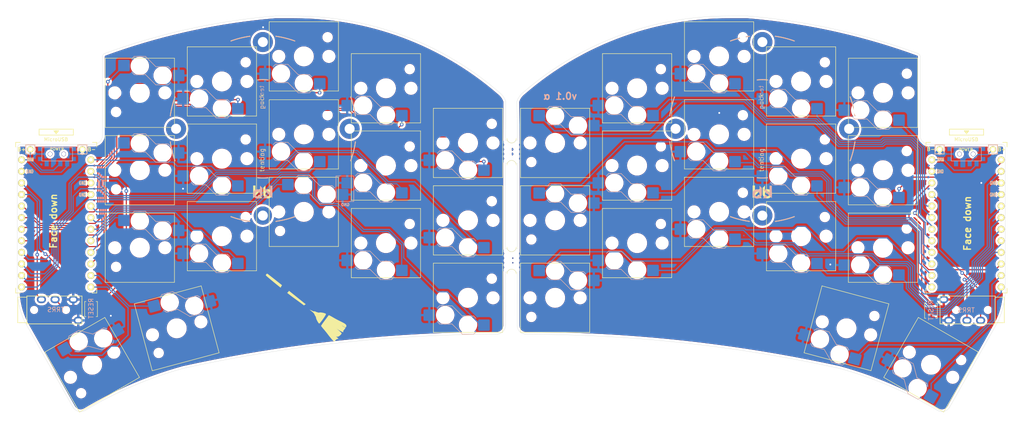
<source format=kicad_pcb>
(kicad_pcb (version 20211014) (generator pcbnew)
  (layers (0 "F.Cu" signal) (31 "B.Cu" signal) (34 "B.Paste" user) (35 "F.Paste" user) (36 "B.SilkS" user "B.Silkscreen") (37 "F.SilkS" user "F.Silkscreen") (38 "B.Mask" user) (39 "F.Mask" user) (44 "Edge.Cuts" user))
  (net 0 "")
  (net 1 "gnd")
  (net 2 "vcc")
  (net 3 "Switch18")
  (net 4 "reset")
  (net 5 "Switch1")
  (net 6 "Switch2")
  (net 7 "Switch3")
  (net 8 "Switch4")
  (net 9 "Switch5")
  (net 10 "Switch6")
  (net 11 "Switch7")
  (net 12 "Switch8")
  (net 13 "Switch9")
  (net 14 "Switch10")
  (net 15 "Switch11")
  (net 16 "Switch12")
  (net 17 "Switch13")
  (net 18 "Switch14")
  (net 19 "Switch15")
  (net 20 "Switch16")
  (net 21 "Switch17")
  (net 22 "raw")
  (net 23 "BT+_r")
  (net 24 "Switch18_r")
  (net 25 "reset_r")
  (net 26 "Switch9_r")
  (net 27 "Switch10_r")
  (net 28 "Switch11_r")
  (net 29 "Switch12_r")
  (net 30 "Switch13_r")
  (net 31 "Switch14_r")
  (net 32 "Switch15_r")
  (net 33 "Switch16_r")
  (net 34 "Switch17_r")
  (net 35 "Switch1_r")
  (net 36 "Switch2_r")
  (net 37 "Switch3_r")
  (net 38 "Switch4_r")
  (net 39 "Switch5_r")
  (net 40 "Switch6_r")
  (net 41 "Switch7_r")
  (net 42 "Switch8_r")
  (net 43 "gnd_r")
  (net 44 "raw_r")
  (net 45 "vcc_r")
  (net 48 "BT+")
  (footprint "kbd:ProMicro_v3_min" (layer "F.Cu") (at 230.178 67.564)
    (fp_text reference "U1" hide)
    (fp_text value "ProMicro-kbd" hide)
  )
  (footprint "* duckyb-collection:TRRS-PJ-320A" (layer "F.Cu") (at 236.474 86.052 -90)
    (fp_text reference "TRRS1")
    (fp_text value "AudioJack4" hide)
  )
  (footprint "* duckyb-collection:SW_Hotswap_Kailh_Choc_V1_no_bounds" (layer "F.Cu") (at 175.856 64.516 180)
    (fp_text reference "SW13" hide)
    (fp_text value "SW_Push")
  )
  (footprint "* duckyb-collection:SW_Hotswap_Kailh_Choc_V1_no_bounds" (layer "F.Cu") (at 222.386 98.082 150)
    (fp_text reference "SW17" hide)
    (fp_text value "SW_Push")
  )
  (footprint "* duckyb-collection:SW_Hotswap_Kailh_Choc_V1_no_bounds" (layer "F.Cu") (at 157.856 71.374 180)
    (fp_text reference "SW12" hide)
    (fp_text value "SW_Push")
  )
  (footprint "* duckyb-collection:SW_Hotswap_Kailh_Choc_V1_no_bounds" (layer "F.Cu") (at 203.826 90.082 165)
    (fp_text reference "SW16" hide)
    (fp_text value "SW_Push")
  )
  (footprint "* duckyb-collection:SW_Hotswap_Kailh_Choc_V1_no_bounds" (layer "F.Cu") (at 193.856 69.85 180)
    (fp_text reference "SW14" hide)
    (fp_text value "SW_Push")
  )
  (footprint "* duckyb-collection:SW_Hotswap_Kailh_Choc_V1_no_bounds" (layer "F.Cu") (at 211.836 72.39 180)
    (fp_text reference "SW15" hide)
    (fp_text value "SW_Push")
  )
  (footprint "* duckyb-collection:SW_Hotswap_Kailh_Choc_V1_no_bounds" (layer "F.Cu") (at 175.856 30.382 180)
    (fp_text reference "SW3" hide)
    (fp_text value "SW_Push")
  )
  (footprint "* duckyb-collection:SW_Hotswap_Kailh_Choc_V1_no_bounds" (layer "F.Cu") (at 157.856 37.382 180)
    (fp_text reference "SW2" hide)
    (fp_text value "SW_Push")
  )
  (footprint "* duckyb-collection:SW_Hotswap_Kailh_Choc_V1_no_bounds" (layer "F.Cu") (at 157.856 54.356 180)
    (fp_text reference "SW7" hide)
    (fp_text value "SW_Push")
  )
  (footprint "* duckyb-collection:SW_Hotswap_Kailh_Choc_V1_no_bounds" (layer "F.Cu") (at 139.856 83.382)
    (fp_text reference "SW11" hide)
    (fp_text value "SW_Push")
  )
  (footprint "* duckyb-collection:SW_Hotswap_Kailh_Choc_V1_no_bounds" (layer "F.Cu") (at 211.836 55.372 180)
    (fp_text reference "SW10" hide)
    (fp_text value "SW_Push")
  )
  (footprint "* duckyb-collection:SW_Hotswap_Kailh_Choc_V1_no_bounds" (layer "F.Cu") (at 193.856 52.832 180)
    (fp_text reference "SW9" hide)
    (fp_text value "SW_Push")
  )
  (footprint "* duckyb-collection:SW_Hotswap_Kailh_Choc_V1_no_bounds" (layer "F.Cu") (at 139.856 66.382)
    (fp_text reference "SW6" hide)
    (fp_text value "SW_Push")
  )
  (footprint "* duckyb-collection:SW_Hotswap_Kailh_Choc_V1_no_bounds" (layer "F.Cu") (at 211.856 38.382 180)
    (fp_text reference "SW5" hide)
    (fp_text value "SW_Push")
  )
  (footprint "* duckyb-collection:SW_Hotswap_Kailh_Choc_V1_no_bounds" (layer "F.Cu") (at 193.856 35.882 180)
    (fp_text reference "SW4" hide)
    (fp_text value "SW_Push")
  )
  (footprint "* duckyb-collection:SW_Hotswap_Kailh_Choc_V1_no_bounds" (layer "F.Cu") (at 139.856 49.382)
    (fp_text reference "SW1" hide)
    (fp_text value "SW_Push")
  )
  (footprint "Duckyb-Parts:mouse-bite-5mm-slot-with-space-for-track" (layer "F.Cu") (at 130.302 51.308)
    (fp_text reference "mouse-bite-2mm-slot2" hide)
    (fp_text value "VAL**" hide)
  )
  (footprint "Duckyb-Parts:mouse-bite-5mm-slot-with-space-for-track" (layer "F.Cu") (at 130.302 75.184)
    (fp_text reference "mouse-bite-2mm-slot1" hide)
    (fp_text value "VAL**" hide)
  )
  (footprint "kbd:SW_SPST_B3U-1000P" (layer "F.Cu") (at 222.377 86.233 90)
    (fp_text reference "RSW1" hide)
    (fp_text value "SW_Push")
  )
  (footprint "* duckyb-collection:SW_Hotswap_Kailh_Choc_V1_no_bounds" (layer "F.Cu") (at 175.856 47.498 180)
    (fp_text reference "SW8" hide)
    (fp_text value "SW_Push")
  )
  (footprint "kbd:Tenting_Puck2" (layer "F.Cu") (at 185.356 46.282)
    (fp_text reference "e")
    (fp_text value "Tenting Puck")
  )
  (footprint "kbd:1pin_conn" (layer "F.Cu") (at 235.966 50.8)
    (fp_text reference "Bat+1" hide)
    (fp_text value "MountingHole_Pad" hide)
  )
  (footprint "kbd:1pin_conn" (layer "F.Cu") (at 224.282 50.8)
    (fp_text reference "BatGND1" hide)
    (fp_text value "MountingHole_Pad" hide)
  )
  (footprint "kbd:ProMicro_v3_min" (layer "F.Cu") (at 30.326 67.564)
    (fp_text reference "U2" hide)
    (fp_text value "ProMicro-kbd" hide)
  )
  (footprint "* duckyb-collection:TRRS-PJ-320A" (layer "F.Cu") (at 23.876 86.052 90)
    (fp_text reference "TRRS2")
    (fp_text value "AudioJack4" hide)
  )
  (footprint "* duckyb-collection:SW_Hotswap_Kailh_Choc_V1_no_bounds" (layer "F.Cu") (at 48.686 72.39)
    (fp_text reference "SW15_r1" hide)
    (fp_text value "SW_Push")
  )
  (footprint "* duckyb-collection:SW_Hotswap_Kailh_Choc_V1_no_bounds" (layer "F.Cu") (at 66.7 52.832 180)
    (fp_text reference "SW9_r1" hide)
    (fp_text value "SW_Push")
  )
  (footprint "* duckyb-collection:SW_Hotswap_Kailh_Choc_V1_no_bounds" (layer "F.Cu") (at 84.688 64.516)
    (fp_text reference "SW13_r1" hide)
    (fp_text value "SW_Push")
  )
  (footprint "* duckyb-collection:SW_Hotswap_Kailh_Choc_V1_no_bounds" (layer "F.Cu") (at 102.714 71.374 180)
    (fp_text reference "SW12_r1" hide)
    (fp_text value "SW_Push")
  )
  (footprint "* duckyb-collection:SW_Hotswap_Kailh_Choc_V1_no_bounds" (layer "F.Cu") (at 48.686 38.382)
    (fp_text reference "SW5_r1" hide)
    (fp_text value "SW_Push")
  )
  (footprint "* duckyb-collection:SW_Hotswap_Kailh_Choc_V1_no_bounds" (layer "F.Cu") (at 66.7 35.882 180)
    (fp_text reference "SW4_r1" hide)
    (fp_text value "SW_Push")
  )
  (footprint "* duckyb-collection:SW_Hotswap_Kailh_Choc_V1_no_bounds" (layer "F.Cu") (at 120.732 49.382 180)
    (fp_text reference "SW1_r1" hide)
    (fp_text value "SW_Push")
  )
  (footprint "* duckyb-collection:SW_Hotswap_Kailh_Choc_V1_no_bounds" (layer "F.Cu") (at 66.7 69.85 180)
    (fp_text reference "SW14_r1" hide)
    (fp_text value "SW_Push")
  )
  (footprint "* duckyb-collection:SW_Hotswap_Kailh_Choc_V1_no_bounds" (layer "F.Cu") (at 84.688 30.382 180)
    (fp_text reference "SW3_r1" hide)
    (fp_text value "SW_Push")
  )
  (footprint "* duckyb-collection:SW_Hotswap_Kailh_Choc_V1_no_bounds" (layer "F.Cu") (at 120.732 83.382 180)
    (fp_text reference "SW11_r1" hide)
    (fp_text value "SW_Push")
  )
  (footprint "* duckyb-collection:SW_Hotswap_Kailh_Choc_V1_no_bounds" (layer "F.Cu") (at 48.686 55.372)
    (fp_text reference "SW10_r1" hide)
    (fp_text value "SW_Push")
  )
  (footprint "* duckyb-collection:SW_Hotswap_Kailh_Choc_V1_no_bounds" (layer "F.Cu") (at 102.714 37.382 180)
    (fp_text reference "SW2_r1" hide)
    (fp_text value "SW_Push")
  )
  (footprint "* duckyb-collection:SW_Hotswap_Kailh_Choc_V1_no_bounds" (layer "F.Cu") (at 102.714 54.356 180)
    (fp_text reference "SW7_r1" hide)
    (fp_text value "SW_Push")
  )
  (footprint "* duckyb-collection:SW_Hotswap_Kailh_Choc_V1_no_bounds" (layer "F.Cu") (at 56.778 90.082 15)
    (fp_text reference "SW16_r1" hide)
    (fp_text value "SW_Push")
  )
  (footprint "Kailh:ferris_broom" (layer "F.Cu") (at 84.074 85.344 7)
    (fp_text reference "SweepLogo" hide)
    (fp_text value "LOGO" hide)
  )
  (footprint "* duckyb-collection:SW_Hotswap_Kailh_Choc_V1_no_bounds" (layer "F.Cu") (at 84.688 47.498 180)
    (fp_text reference "SW8_r1" hide)
    (fp_text value "SW_Push")
  )
  (footprint "* duckyb-collection:SW_Hotswap_Kailh_Choc_V1_no_bounds" (layer "F.Cu") (at 38.218 98.082 30)
    (fp_text reference "SW17_r1" hide)
    (fp_text value "SW_Push")
  )
  (footprint "* duckyb-collection:SW_Hotswap_Kailh_Choc_V1_no_bounds" (layer "F.Cu") (at 120.732 66.382 180)
    (fp_text reference "SW6_r1" hide)
    (fp_text value "SW_Push")
  )
  (footprint "kbd:Tenting_Puck2" (layer "F.Cu") (at 75.692 46.282)
    (fp_text reference "REF_PUCK_R")
    (fp_text value "Tenting Puck")
  )
  (footprint "kbd:1pin_conn" (layer "F.Cu") (at 36.068 50.8)
    (fp_text reference "BatGNDr1")
    (fp_text value "MountingHole_Pad" hide)
  )
  (footprint "kbd:1pin_conn" (layer "F.Cu") (at 24.638 50.8)
    (fp_text reference "Bat+r1")
    (fp_text value "MountingHole_Pad" hide)
  )
  (footprint "kbd:SW_SPST_B3U-1000P" (layer "F.Cu") (at 37.973 85.852 90)
    (fp_text reference "RSW2" hide)
    (fp_text value "SW_Push")
  )
  (footprint "Kailh:SPDT_C128955" (layer "B.Cu") (at 230.124 51.816 180)
    (fp_text reference "SW_POWER1")
    (fp_text value "SW_SPDT")
  )
  (footprint "Kailh:SPDT_C128955" (layer "B.Cu") (at 30.48 51.816 180)
    (fp_text reference "SW_POWERR1")
    (fp_text value "SW_SPDT")
  )
  (gr_rect (start 91.7448 56.642) (end 95.6564 62.23) (layer "B.SilkS") (width 0.12) (fill none))
  (gr_rect (start 27.178 50.419) (end 33.909 53.34) (layer "B.SilkS") (width 0.12) (fill none))
  (gr_rect (start 226.822 50.419) (end 233.426 53.34) (layer "B.SilkS") (width 0.12) (fill none))
  (gr_line (start 131.5085 77.724) (end 131.506254 89.547024) (layer "Edge.Cuts") (width 0.05))
  (gr_line (start 219.998001 47.763999) (end 219.998045 30.439419) (layer "Edge.Cuts") (width 0.05))
  (gr_arc (start 226.446 107.451265) (mid 225.204995 108.32098) (end 223.714 108.05) (layer "Edge.Cuts") (width 0.05))
  (gr_arc (start 222.033002 49.694917) (mid 220.620534 49.145716) (end 219.998001 47.763999) (layer "Edge.Cuts") (width 0.05))
  (gr_arc (start 182.067777 21.502679) (mid 201.091879 24.375764) (end 219.56329 29.758889) (layer "Edge.Cuts") (width 0.05))
  (gr_arc (start 132.893 38.265) (mid 153.988491 25.788882) (end 178.120389 21.508139) (layer "Edge.Cuts") (width 0.05))
  (gr_arc (start 237.938 49.692) (mid 238.46833 49.91167) (end 238.688 50.442) (layer "Edge.Cuts") (width 0.05))
  (gr_arc (start 131.466055 40.278702) (mid 132.022929 39.160882) (end 132.893 38.265) (layer "Edge.Cuts") (width 0.05))
  (gr_arc (start 133.544 91.383119) (mid 132.156573 90.874102) (end 131.506254 89.547024) (layer "Edge.Cuts") (width 0.05))
  (gr_arc (start 219.56329 29.758889) (mid 219.880079 30.035645) (end 219.998045 30.439419) (layer "Edge.Cuts") (width 0.05))
  (gr_arc (start 202.185134 98.863946) (mid 213.262488 102.723597) (end 223.714 108.05) (layer "Edge.Cuts") (width 0.05))
  (gr_line (start 222.033002 49.694917) (end 237.938 49.692) (layer "Edge.Cuts") (width 0.05))
  (gr_arc (start 133.544 91.383119) (mid 168.064442 93.289554) (end 202.185134 98.863946) (layer "Edge.Cuts") (width 0.05))
  (gr_line (start 238.688 58.42) (end 238.688 66.548) (layer "Edge.Cuts") (width 0.05))
  (gr_line (start 236.953304 88.85815) (end 226.446 107.451265) (layer "Edge.Cuts") (width 0.05))
  (gr_arc (start 238.7 81.534) (mid 238.242913 85.295347) (end 236.953304 88.85815) (layer "Edge.Cuts") (width 0.05))
  (gr_line (start 182.067777 21.502679) (end 178.120389 21.508139) (layer "Edge.Cuts") (width 0.05))
  (gr_line (start 238.688 50.442) (end 238.688 58.42) (layer "Edge.Cuts") (width 0.05))
  (gr_line (start 131.466055 40.278702) (end 131.572 48.768) (layer "Edge.Cuts") (width 0.05))
  (gr_line (start 129.3495 48.768) (end 128.96 48.768) (layer "Edge.Cuts") (width 0.05))
  (gr_line (start 238.688 66.548) (end 238.688 75.438) (layer "Edge.Cuts") (width 0.05))
  (gr_line (start 238.688 75.438) (end 238.7 81.534) (layer "Edge.Cuts") (width 0.05))
  (gr_line (start 129.3495 72.644) (end 128.96 72.644) (layer "Edge.Cuts") (width 0.05))
  (gr_line (start 129.3495 53.848) (end 128.96 53.848) (layer "Edge.Cuts") (width 0.05))
  (gr_line (start 129.3495 77.724) (end 128.96 77.724) (layer "Edge.Cuts") (width 0.05))
  (gr_line (start 131.572 53.848) (end 131.572 72.644) (layer "Edge.Cuts") (width 0.05))
  (gr_line (start 78.412223 21.502679) (end 82.613611 21.508139) (layer "Edge.Cuts") (width 0.05))
  (gr_line (start 21.792 50.442) (end 21.792 58.42) (layer "Edge.Cuts") (width 0.05))
  (gr_line (start 128.96 77.724) (end 128.975507 89.545022) (layer "Edge.Cuts") (width 0.05))
  (gr_arc (start 127.587 38.265) (mid 128.457071 39.160882) (end 129.013945 40.278702) (layer "Edge.Cuts") (width 0.05))
  (gr_arc (start 128.975507 89.545022) (mid 128.324689 90.873432) (end 126.936 91.383119) (layer "Edge.Cuts") (width 0.05))
  (gr_line (start 40.481999 47.763999) (end 40.481955 30.439419) (layer "Edge.Cuts") (width 0.05))
  (gr_line (start 21.792 66.548) (end 21.792 73.914) (layer "Edge.Cuts") (width 0.05))
  (gr_line (start 23.526696 88.85815) (end 34.034 107.451265) (layer "Edge.Cuts") (width 0.05))
  (gr_arc (start 40.481999 47.763999) (mid 39.859467 49.145717) (end 38.446998 49.694917) (layer "Edge.Cuts") (width 0.05))
  (gr_arc (start 40.91671 29.758889) (mid 59.388121 24.375764) (end 78.412223 21.502679) (layer "Edge.Cuts") (width 0.05))
  (gr_arc (start 58.294866 98.863946) (mid 92.415558 93.289555) (end 126.936 91.383119) (layer "Edge.Cuts") (width 0.05))
  (gr_arc (start 23.526696 88.85815) (mid 22.237087 85.295347) (end 21.78 81.534) (layer "Edge.Cuts") (width 0.05))
  (gr_arc (start 21.792 50.442) (mid 22.01167 49.91167) (end 22.542 49.692) (layer "Edge.Cuts") (width 0.05))
  (gr_line (start 38.446998 49.694917) (end 22.542 49.692) (layer "Edge.Cuts") (width 0.05))
  (gr_line (start 21.792 58.42) (end 21.792 66.548) (layer "Edge.Cuts") (width 0.05))
  (gr_arc (start 40.481955 30.439419) (mid 40.599921 30.035645) (end 40.91671 29.758889) (layer "Edge.Cuts") (width 0.05))
  (gr_arc (start 36.766 108.05) (mid 35.275005 108.32098) (end 34.034 107.451265) (layer "Edge.Cuts") (width 0.05))
  (gr_arc (start 82.613611 21.508139) (mid 106.610476 25.833455) (end 127.587 38.265) (layer "Edge.Cuts") (width 0.05))
  (gr_arc (start 36.766 108.05) (mid 47.217512 102.723597) (end 58.294866 98.863946) (layer "Edge.Cuts") (width 0.05))
  (gr_line (start 21.792 73.914) (end 21.78 81.534) (layer "Edge.Cuts") (width 0.05))
  (gr_line (start 128.96 53.848) (end 128.96 72.644) (layer "Edge.Cuts") (width 0.05))
  (gr_line (start 129.013945 40.278702) (end 128.96 48.768) (layer "Edge.Cuts") (width 0.05))
  (gr_line (start 131.572 48.768) (end 131.2545 48.768) (layer "Edge.Cuts") (width 0.05))
  (gr_arc (start 131.254499 72.644) (mid 130.302 73.288873) (end 129.349501 72.643999) (layer "Edge.Cuts") (width 0.05))
  (gr_line (start 131.572 53.848) (end 131.2545 53.848) (layer "Edge.Cuts") (width 0.05))
  (gr_arc (start 129.349501 77.724) (mid 130.302 77.079127) (end 131.254499 77.724001) (layer "Edge.Cuts") (width 0.05))
  (gr_line (start 131.572 72.644) (end 131.2545 72.644) (layer "Edge.Cuts") (width 0.05))
  (gr_arc (start 131.254499 48.768) (mid 130.302 49.412873) (end 129.349501 48.767999) (layer "Edge.Cuts") (width 0.05))
  (gr_line (start 131.5085 77.724) (end 131.2545 77.724) (layer "Edge.Cuts") (width 0.05))
  (gr_arc (start 129.349501 53.848) (mid 130.302 53.203127) (end 131.254499 53.848001) (layer "Edge.Cuts") (width 0.05))
  (gr_text "v0.1 α" (at 140.97 39.116) (layer "B.SilkS") (effects (font (size 1.5 1.5) (thickness 0.3)) (justify mirror)))
  (gr_text "GND" (at 93.7768 62.9412) (layer "B.SilkS") (effects (font (size 0.6 0.6)) (justify mirror)))
  (gr_text "Face down" (at 230.378 67.056 90) (layer "F.SilkS") (effects (font (size 1.5 1.5) (thickness 0.3))))
  (gr_text "Face down" (at 29.718 66.548 90) (layer "F.SilkS") (effects (font (size 1.5 1.5) (thickness 0.3))))
  (gr_text "B+" (at 22.7076 50.8) (layer "F.SilkS") (effects (font (size 0.8 0.8))))
  (gr_text "B-" (at 38.1 50.8) (layer "F.SilkS") (effects (font (size 0.8 0.8))))
  (gr_text "B-" (at 222.3516 50.7492) (layer "F.SilkS") (effects (font (size 0.8 0.8))))
  (gr_text "B+" (at 237.8964 50.8) (layer "F.SilkS") (effects (font (size 0.8 0.8))))
  (gr_text "POWER" (at 30.48 50.6984) (layer "F.SilkS") (effects (font (size 0.6 0.6) (thickness 0.12))))
  (gr_text "POWER" (at 230.0224 50.8508) (layer "F.SilkS") (effects (font (size 0.6 0.6) (thickness 0.12))))
  (via (at 200.279 76.073) (size 0.8) (drill 0.4) (layers "F.Cu" "B.Cu") (net 1))
  (via (at 175.895 42.799) (size 0.8) (drill 0.4) (layers "F.Cu" "B.Cu") (net 1))
  (via (at 233.426 58.166) (size 0.8) (drill 0.4) (layers "F.Cu" "B.Cu") (net 1))
  (segment (start 229.235 77.9405) (end 229.3245 77.9405) (width 0.25) (layer "F.Cu") (net 2))
  (segment (start 233.274 81.89) (end 233.274 88.352) (width 0.25) (layer "F.Cu") (net 2))
  (segment (start 229.3245 77.9405) (end 233.274 81.89) (width 0.25) (layer "F.Cu") (net 2))
  (via (at 229.235 77.9405) (size 0.8) (drill 0.4) (layers "F.Cu" "B.Cu") (net 2))
  (segment (start 224.028 62.1646) (end 222.5694 60.706) (width 0.25) (layer "B.Cu") (net 2))
  (segment (start 229.235 77.851) (end 224.028 72.644) (width 0.25) (layer "B.Cu") (net 2))
  (segment (start 224.028 72.644) (end 224.028 62.1646) (width 0.25) (layer "B.Cu") (net 2))
  (segment (start 229.235 77.9405) (end 229.235 77.851) (width 0.25) (layer "B.Cu") (net 2))
  (segment (start 229.738701 79.379299) (end 230.274 79.914598) (width 0.25) (layer "F.Cu") (net 3))
  (segment (start 230.274 79.914598) (end 230.274 88.352) (width 0.25) (layer "F.Cu") (net 3))
  (via (at 229.738701 79.379299) (size 0.8) (drill 0.4) (layers "F.Cu" "B.Cu") (net 3))
  (segment (start 231.4324 78.192164) (end 231.4324 75.396011) (width 0.25) (layer "B.Cu") (net 3))
  (segment (start 229.738701 79.379299) (end 230.245265 79.379299) (width 0.25) (layer "B.Cu") (net 3))
  (segment (start 231.4324 75.396011) (end 234.74444 72.083971) (width 0.25) (layer "B.Cu") (net 3))
  (segment (start 234.74444 72.083971) (end 234.74444 58.67096) (width 0.25) (layer "B.Cu") (net 3))
  (segment (start 234.74444 58.67096) (end 237.7894 55.626) (width 0.25) (layer "B.Cu") (net 3))
  (segment (start 230.245265 79.379299) (end 231.4324 78.192164) (width 0.25) (layer "B.Cu") (net 3))
  (segment (start 222.377 84.533) (end 220.345 82.501) (width 0.25) (layer "F.Cu") (net 4))
  (segment (start 220.345 82.501) (end 220.345 68.58) (width 0.25) (layer "F.Cu") (net 4))
  (segment (start 217.551 63.1844) (end 222.5694 58.166) (width 0.25) (layer "F.Cu") (net 4))
  (segment (start 217.551 65.786) (end 217.551 63.1844) (width 0.25) (layer "F.Cu") (net 4))
  (segment (start 220.345 68.58) (end 217.551 65.786) (width 0.25) (layer "F.Cu") (net 4))
  (segment (start 221.869 77.216) (end 236.5194 77.216) (width 0.25) (layer "F.Cu") (net 5))
  (segment (start 220.79452 66.74352) (end 220.79452 76.14152) (width 0.25) (layer "F.Cu") (net 5))
  (segment (start 236.5194 77.216) (end 237.7894 75.946) (width 0.25) (layer "F.Cu") (net 5))
  (segment (start 220.79452 76.14152) (end 221.869 77.216) (width 0.25) (layer "F.Cu") (net 5))
  (segment (start 218.821 64.77) (end 220.79452 66.74352) (width 0.25) (layer "F.Cu") (net 5))
  (via (at 218.821 64.77) (size 0.8) (drill 0.4) (layers "F.Cu" "B.Cu") (net 5))
  (segment (start 212.394594 49.60856) (end 217.753688 49.60856) (width 0.25) (layer "B.Cu") (net 5))
  (segment (start 139.71 46.736) (end 142.748 46.736) (width 0.25) (layer "B.Cu") (net 5))
  (segment (start 219.18192 51.036792) (end 219.18192 58.166) (width 0.25) (layer "B.Cu") (net 5))
  (segment (start 219.18192 64.40908) (end 218.821 64.77) (width 0.25) (layer "B.Cu") (net 5))
  (segment (start 200.100521 48.208521) (end 202.047071 50.155071) (width 0.25) (layer "B.Cu") (net 5))
  (segment (start 142.748 46.736) (end 143.51 47.498) (width 0.25) (layer "B.Cu") (net 5))
  (segment (start 143.51 47.498) (end 160.655 47.498) (width 0.25) (layer "B.Cu") (net 5))
  (segment (start 219.18192 58.166) (end 219.18192 64.40908) (width 0.25) (layer "B.Cu") (net 5))
  (segment (start 211.848083 50.155071) (end 212.394594 49.60856) (width 0.25) (layer "B.Cu") (net 5))
  (segment (start 167.82548 40.32752) (end 181.423085 40.32752) (width 0.25) (layer "B.Cu") (net 5))
  (segment (start 200.100521 48.207628) (end 200.100521 48.208521) (width 0.25) (layer "B.Cu") (net 5))
  (segment (start 199.499479 47.607479) (end 199.500372 47.607479) (width 0.25) (layer "B.Cu") (net 5))
  (segment (start 217.753688 49.60856) (end 219.18192 51.036792) (width 0.25) (layer "B.Cu") (net 5))
  (segment (start 186.063606 44.96804) (end 196.86004 44.96804) (width 0.25) (layer "B.Cu") (net 5))
  (segment (start 196.86004 44.96804) (end 199.499479 47.607479) (width 0.25) (layer "B.Cu") (net 5))
  (segment (start 199.500372 47.607479) (end 200.100521 48.207628) (width 0.25) (layer "B.Cu") (net 5))
  (segment (start 181.423085 40.32752) (end 186.063606 44.96804) (width 0.25) (layer "B.Cu") (net 5))
  (segment (start 136.356 43.382) (end 139.71 46.736) (width 0.25) (layer "B.Cu") (net 5))
  (segment (start 202.047071 50.155071) (end 211.848083 50.155071) (width 0.25) (layer "B.Cu") (net 5))
  (segment (start 160.655 47.498) (end 167.82548 40.32752) (width 0.25) (layer "B.Cu") (net 5))
  (segment (start 199.685677 47.157959) (end 199.68657 47.157959) (width 0.25) (layer "B.Cu") (net 6))
  (segment (start 219.63144 65.327157) (end 221.12708 66.822798) (width 0.25) (layer "B.Cu") (net 6))
  (segment (start 202.234164 49.705551) (end 211.661885 49.705551) (width 0.25) (layer "B.Cu") (net 6))
  (segment (start 186.249803 44.51852) (end 197.046238 44.51852) (width 0.25) (layer "B.Cu") (net 6))
  (segment (start 221.12708 66.822798) (end 221.12708 69.42368) (width 0.25) (layer "B.Cu") (net 6))
  (segment (start 211.661885 49.705551) (end 212.208396 49.15904) (width 0.25) (layer "B.Cu") (net 6))
  (segment (start 197.046238 44.51852) (end 199.685677 47.157959) (width 0.25) (layer "B.Cu") (net 6))
  (segment (start 217.939886 49.15904) (end 219.63144 50.850594) (width 0.25) (layer "B.Cu") (net 6))
  (segment (start 164.86 39.878) (end 181.609283 39.878) (width 0.25) (layer "B.Cu") (net 6))
  (segment (start 212.208396 49.15904) (end 217.939886 49.15904) (width 0.25) (layer "B.Cu") (net 6))
  (segment (start 221.12708 69.42368) (end 222.5694 70.866) (width 0.25) (layer "B.Cu") (net 6))
  (segment (start 219.63144 50.850594) (end 219.63144 65.327157) (width 0.25) (layer "B.Cu") (net 6))
  (segment (start 199.68657 47.157959) (end 202.234164 49.705551) (width 0.25) (layer "B.Cu") (net 6))
  (segment (start 181.609283 39.878) (end 186.249803 44.51852) (width 0.25) (layer "B.Cu") (net 6))
  (segment (start 161.356 43.382) (end 164.86 39.878) (width 0.25) (layer "B.Cu") (net 6))
  (segment (start 179.356 36.989) (end 186.436 44.069) (width 0.25) (layer "B.Cu") (net 7))
  (segment (start 220.08096 65.14096) (end 222.5694 67.6294) (width 0.25) (layer "B.Cu") (net 7))
  (segment (start 211.475687 49.256031) (end 212.022198 48.70952) (width 0.25) (layer "B.Cu") (net 7))
  (segment (start 179.356 36.382) (end 179.356 36.989) (width 0.25) (layer "B.Cu") (net 7))
  (segment (start 220.08096 50.664396) (end 220.08096 65.14096) (width 0.25) (layer "B.Cu") (net 7))
  (segment (start 222.5694 67.6294) (end 222.5694 68.326) (width 0.25) (layer "B.Cu") (net 7))
  (segment (start 218.126084 48.70952) (end 220.08096 50.664396) (width 0.25) (layer "B.Cu") (net 7))
  (segment (start 186.436 44.069) (end 197.233329 44.069) (width 0.25) (layer "B.Cu") (net 7))
  (segment (start 197.233329 44.069) (end 202.420361 49.256031) (width 0.25) (layer "B.Cu") (net 7))
  (segment (start 202.420361 49.256031) (end 211.475687 49.256031) (width 0.25) (layer "B.Cu") (net 7))
  (segment (start 212.022198 48.70952) (end 218.126084 48.70952) (width 0.25) (layer "B.Cu") (net 7))
  (segment (start 220.53048 50.478199) (end 220.53048 63.74708) (width 0.25) (layer "B.Cu") (net 8))
  (segment (start 197.356 41.882) (end 197.356 43.555953) (width 0.25) (layer "B.Cu") (net 8))
  (segment (start 202.606558 48.806511) (end 211.289489 48.806511) (width 0.25) (layer "B.Cu") (net 8))
  (segment (start 211.836 48.26) (end 218.312281 48.26) (width 0.25) (layer "B.Cu") (net 8))
  (segment (start 218.312281 48.26) (end 220.53048 50.478199) (width 0.25) (layer "B.Cu") (net 8))
  (segment (start 211.289489 48.806511) (end 211.836 48.26) (width 0.25) (layer "B.Cu") (net 8))
  (segment (start 220.53048 63.74708) (end 222.5694 65.786) (width 0.25) (layer "B.Cu") (net 8))
  (segment (start 197.356 43.555953) (end 202.606558 48.806511) (width 0.25) (layer "B.Cu") (net 8))
  (segment (start 220.98 62.738) (end 221.488 63.246) (width 0.25) (layer "B.Cu") (net 9))
  (segment (start 215.356 44.382) (end 215.356 44.668) (width 0.25) (layer "B.Cu") (net 9))
  (segment (start 220.98 50.292) (end 220.98 62.738) (width 0.25) (layer "B.Cu") (net 9))
  (segment (start 221.488 63.246) (end 222.5694 63.246) (width 0.25) (layer "B.Cu") (net 9))
  (segment (start 215.356 44.668) (end 220.98 50.292) (width 0.25) (layer "B.Cu") (net 9))
  (segment (start 204.139594 65.83444) (end 215.977842 65.83444) (width 0.25) (layer "B.Cu") (net 10))
  (segment (start 137.269671 60.382) (end 139.069192 58.582479) (width 0.25) (layer "B.Cu") (net 10))
  (segment (start 200.41604 57.539605) (end 200.41604 62.110886) (width 0.25) (layer "B.Cu") (net 10))
  (segment (start 215.977842 65.83444) (end 215.995364 65.816919) (width 0.25) (layer "B.Cu") (net 10))
  (segment (start 145.633521 58.582479) (end 155.084521 49.131479) (width 0.25) (layer "B.Cu") (net 10))
  (segment (start 139.069192 58.582479) (end 145.633521 58.582479) (width 0.25) (layer "B.Cu") (net 10))
  (segment (start 188.468 50.927) (end 193.28396 55.74296) (width 0.25) (layer "B.Cu") (net 10))
  (segment (start 220.67756 68.455513) (end 220.67756 71.51416) (width 0.25) (layer "B.Cu") (net 10))
  (segment (start 174.879 50.927) (end 188.468 50.927) (width 0.25) (layer "B.Cu") (net 10))
  (segment (start 200.41604 62.110886) (end 204.139594 65.83444) (width 0.25) (layer "B.Cu") (net 10))
  (segment (start 220.67756 71.51416) (end 222.5694 73.406) (width 0.25) (layer "B.Cu") (net 10))
  (segment (start 136.356 60.382) (end 137.269671 60.382) (width 0.25) (layer "B.Cu") (net 10))
  (segment (start 218.038966 65.816919) (end 220.67756 68.455513) (width 0.25) (layer "B.Cu") (net 10))
  (segment (start 198.619395 55.74296) (end 200.41604 57.539605) (width 0.25) (layer "B.Cu") (net 10))
  (segment (start 193.28396 55.74296) (end 198.619395 55.74296) (width 0.25) (layer "B.Cu") (net 10))
  (segment (start 173.083479 49.131479) (end 174.879 50.927) (width 0.25) (layer "B.Cu") (net 10))
  (segment (start 155.084521 49.131479) (end 173.083479 49.131479) (width 0.25) (layer "B.Cu") (net 10))
  (segment (start 215.995364 65.816919) (end 218.038966 65.816919) (width 0.25) (layer "B.Cu") (net 10))
  (segment (start 199.96652 57.725802) (end 198.433198 56.19248) (width 0.25) (layer "B.Cu") (net 11))
  (segment (start 217.852768 66.266439) (end 216.181561 66.266439) (width 0.25) (layer "B.Cu") (net 11))
  (segment (start 189.919677 54.282959) (end 184.584959 54.282959) (width 0.25) (layer "B.Cu") (net 11))
  (segment (start 216.181561 66.266439) (end 216.16404 66.28396) (width 0.25) (layer "B.Cu") (net 11))
  (segment (start 191.829198 56.19248) (end 189.919677 54.282959) (width 0.25) (layer "B.Cu") (net 11))
  (segment (start 220.22804 68.641711) (end 217.852768 66.266439) (width 0.25) (layer "B.Cu") (net 11))
  (segment (start 203.953396 66.28396) (end 199.96652 62.297084) (width 0.25) (layer "B.Cu") (net 11))
  (segment (start 198.433198 56.19248) (end 191.829198 56.19248) (width 0.25) (layer "B.Cu") (net 11))
  (segment (start 184.584959 54.282959) (end 181.737 51.435) (width 0.25) (layer "B.Cu") (net 11))
  (segment (start 175.006 51.435) (end 166.085 60.356) (width 0.25) (layer "B.Cu") (net 11))
  (segment (start 166.085 60.356) (end 161.356 60.356) (width 0.25) (layer "B.Cu") (net 11))
  (segment (start 199.96652 62.297084) (end 199.96652 57.725802) (width 0.25) (layer "B.Cu") (net 11))
  (segment (start 222.5694 75.946) (end 220.22804 73.60464) (width 0.25) (layer "B.Cu") (net 11))
  (segment (start 220.22804 73.60464) (end 220.22804 68.641711) (width 0.25) (layer "B.Cu") (net 11))
  (segment (start 216.16404 66.28396) (end 203.953396 66.28396) (width 0.25) (layer "B.Cu") (net 11))
  (segment (start 181.737 51.435) (end 175.006 51.435) (width 0.25) (layer "B.Cu") (net 11))
  (segment (start 216.445431 66.715959) (end 217.66657 66.715959) (width 0.25) (layer "B.Cu") (net 12))
  (segment (start 179.356 53.498) (end 179.579 53.721) (width 0.25) (layer "B.Cu") (net 12))
  (segment (start 184.398761 54.732479) (end 189.733479 54.732479) (width 0.25) (layer "B.Cu") (net 12))
  (segment (start 179.579 53.721) (end 183.387282 53.721) (width 0.25) (layer "B.Cu") (net 12))
  (segment (start 189.733479 54.732479) (end 191.643 56.642) (width 0.25) (layer "B.Cu") (net 12))
  (segment (start 203.767198 66.73348) (end 216.427909 66.73348) (width 0.25) (layer "B.Cu") (net 12))
  (segment (start 199.517 57.912) (end 199.517 62.483282) (width 0.25) (layer "B.Cu") (net 12))
  (segment (start 216.427909 66.73348) (end 216.445431 66.715959) (width 0.25) (layer "B.Cu") (net 12))
  (segment (start 199.517 62.483282) (end 203.767198 66.73348) (width 0.25) (layer "B.Cu") (net 12))
  (segment (start 191.643 56.642) (end 198.247 56.642) (width 0.25) (layer "B.Cu") (net 12))
  (segment (start 198.247 56.642) (end 199.517 57.912) (width 0.25) (layer "B.Cu") (net 12))
  (segment (start 217.66657 66.715959) (end 219.77852 68.827909) (width 0.25) (layer "B.Cu") (net 12))
  (segment (start 183.387282 53.721) (end 184.398761 54.732479) (width 0.25) (layer "B.Cu") (net 12))
  (segment (start 219.77852 75.69512) (end 222.5694 78.486) (width 0.25) (layer "B.Cu") (net 12))
  (segment (start 219.77852 68.827909) (end 219.77852 75.69512) (width 0.25) (layer "B.Cu") (net 12))
  (segment (start 197.356 58.832) (end 197.356 60.958) (width 0.25) (layer "B.Cu") (net 13))
  (segment (start 197.356 60.958) (end 203.581 67.183) (width 0.25) (layer "B.Cu") (net 13))
  (segment (start 219.329 69.014107) (end 219.329 77.7856) (width 0.25) (layer "B.Cu") (net 13))
  (segment (start 217.480372 67.165479) (end 219.329 69.014107) (width 0.25) (layer "B.Cu") (net 13))
  (segment (start 203.581 67.183) (end 216.614107 67.183) (width 0.25) (layer "B.Cu") (net 13))
  (segment (start 219.329 77.7856) (end 222.5694 81.026) (width 0.25) (layer "B.Cu") (net 13))
  (segment (start 216.614107 67.183) (end 216.631628 67.165479) (width 0.25) (layer "B.Cu") (net 13))
  (segment (start 216.631628 67.165479) (end 217.480372 67.165479) (width 0.25) (layer "B.Cu") (net 13))
  (segment (start 234.569 56.896) (end 237.7894 53.6756) (width 0.25) (layer "F.Cu") (net 14))
  (segment (start 215.392 59.436) (end 217.932 56.896) (width 0.25) (layer "F.Cu") (net 14))
  (segment (start 217.932 56.896) (end 234.569 56.896) (width 0.25) (layer "F.Cu") (net 14))
  (segment (start 237.7894 53.6756) (end 237.7894 53.086) (width 0.25) (layer "F.Cu") (net 14))
  (via (at 215.392 59.436) (size 0.8) (drill 0.4) (layers "F.Cu" "B.Cu") (net 14))
  (segment (start 215.336 61.372) (end 215.336 59.492) (width 0.25) (layer "B.Cu") (net 14))
  (segment (start 215.336 59.492) (end 215.392 59.436) (width 0.25) (layer "B.Cu") (net 14))
  (segment (start 173.506959 69.442994) (end 174.882995 68.066959) (width 0.25) (layer "B.Cu") (net 15))
  (segment (start 141.097 73.279) (end 152.064671 73.279) (width 0.25) (layer "B.Cu") (net 15))
  (segment (start 206.248 70.231) (end 212.725 70.231) (width 0.25) (layer "B.Cu") (net 15))
  (segment (start 237.7894 63.5816) (end 237.7894 63.246) (width 0.25) (layer "B.Cu") (net 15))
  (segment (start 220.853 82.55) (end 227.710282 82.55) (width 0.25) (layer "B.Cu") (net 15))
  (segment (start 212.725 70.231) (end 218.821 76.327) (width 0.25) (layer "B.Cu") (net 15))
  (segment (start 193.04 67.691) (end 194.818 67.691) (width 0.25) (layer "B.Cu") (net 15))
  (segment (start 136.356 77.382) (end 136.994 77.382) (width 0.25) (layer "B.Cu") (net 15))
  (segment (start 235.19396 67.745723) (end 235.204 67.735683) (width 0.25) (layer "B.Cu") (net 15))
  (segment (start 174.882995 68.066959) (end 181.352394 68.066959) (width 0.25) (layer "B.Cu") (net 15))
  (segment (start 136.994 77.382) (end 141.097 73.279) (width 0.25) (layer "B.Cu") (net 15))
  (segment (start 192.278 68.453) (end 193.04 67.691) (width 0.25) (layer "B.Cu") (net 15))
  (segment (start 235.19396 72.270169) (end 235.19396 67.745723) (width 0.25) (layer "B.Cu") (net 15))
  (segment (start 218.821 80.518) (end 220.853 82.55) (width 0.25) (layer "B.Cu") (net 15))
  (segment (start 194.818 67.691) (end 200.39596 73.26896) (width 0.25) (layer "B.Cu") (net 15))
  (segment (start 203.21004 73.26896) (end 206.248 70.231) (width 0.25) (layer "B.Cu") (net 15))
  (segment (start 154.681479 73.274479) (end 156.718 75.311) (width 0.25) (layer "B.Cu") (net 15))
  (segment (start 235.204 67.735683) (end 235.204 66.167) (width 0.25) (layer "B.Cu") (net 15))
  (segment (start 152.069192 73.274479) (end 154.681479 73.274479) (width 0.25) (layer "B.Cu") (net 15))
  (segment (start 181.738435 68.453) (end 192.278 68.453) (width 0.25) (layer "B.Cu") (net 15))
  (segment (start 173.506959 69.443323) (end 173.506959 69.442994) (width 0.25) (layer "B.Cu") (net 15))
  (segment (start 231.88192 78.378362) (end 231.88192 75.582209) (width 0.25) (layer "B.Cu") (net 15))
  (segment (start 235.204 66.167) (end 237.7894 63.5816) (width 0.25) (layer "B.Cu") (net 15))
  (segment (start 200.39596 73.26896) (end 203.21004 73.26896) (width 0.25) (layer "B.Cu") (net 15))
  (segment (start 152.064671 73.279) (end 152.069192 73.274479) (width 0.25) (layer "B.Cu") (net 15))
  (segment (start 167.639282 75.311) (end 173.506959 69.443323) (width 0.25) (layer "B.Cu") (net 15))
  (segment (start 227.710282 82.55) (end 231.88192 78.378362) (width 0.25) (layer "B.Cu") (net 15))
  (segment (start 231.88192 75.582209) (end 235.19396 72.270169) (width 0.25) (layer "B.Cu") (net 15))
  (segment (start 181.352394 68.066959) (end 181.738435 68.453) (width 0.25) (layer "B.Cu") (net 15))
  (segment (start 156.718 75.311) (end 167.639282 75.311) (width 0.25) (layer "B.Cu") (net 15))
  (segment (start 218.821 76.327) (end 218.821 80.518) (width 0.25) (layer "B.Cu") (net 15))
  (segment (start 235.64348 72.456367) (end 235.64348 67.93192) (width 0.25) (layer "B.Cu") (net 16))
  (segment (start 187.882995 71.300959) (end 192.315834 71.300959) (width 0.25) (layer "B.Cu") (net 16))
  (segment (start 192.315834 71.300959) (end 194.225355 73.21048) (width 0.25) (layer "B.Cu") (net 16))
  (segment (start 181.166197 68.516479) (end 183.955198 71.30548) (width 0.25) (layer "B.Cu") (net 16))
  (segment (start 218.32304 76.464758) (end 218.32304 80.78204) (width 0.25) (layer "B.Cu") (net 16))
  (segment (start 209.609198 73.71848) (end 211.318678 75.42796) (width 0.25) (layer "B.Cu") (net 16))
  (segment (start 223.31444 85.77344) (end 225.12256 85.77344) (width 0.25) (layer "B.Cu") (net 16))
  (segment (start 232.33144 75.768407) (end 235.64348 72.456367) (width 0.25) (layer "B.Cu") (net 16))
  (segment (start 166.212 77.374) (end 173.956479 69.629521) (width 0.25) (layer "B.Cu") (net 16))
  (segment (start 232.33144 78.56456) (end 232.33144 75.768407) (width 0.25) (layer "B.Cu") (net 16))
  (segment (start 195.146527 73.71848) (end 209.609198 73.71848) (width 0.25) (layer "B.Cu") (net 16))
  (segment (start 187.878473 71.30548) (end 187.882995 71.300959) (width 0.25) (layer "B.Cu") (net 16))
  (segment (start 217.286242 75.42796) (end 218.32304 76.464758) (width 0.25) (layer "B.Cu") (net 16))
  (segment (start 173.956479 69.629192) (end 175.069192 68.516479) (width 0.25) (layer "B.Cu") (net 16))
  (segment (start 218.32304 80.78204) (end 223.31444 85.77344) (width 0.25) (layer "B.Cu") (net 16))
  (segment (start 183.955198 71.30548) (end 187.878473 71.30548) (width 0.25) (layer "B.Cu") (net 16))
  (segment (start 194.225355 73.21048) (end 194.638527 73.21048) (width 0.25) (layer "B.Cu") (net 16))
  (segment (start 173.956479 69.629521) (end 173.956479 69.629192) (width 0.25) (layer "B.Cu") (net 16))
  (segment (start 211.318678 75.42796) (end 217.286242 75.42796) (width 0.25) (layer "B.Cu") (net 16))
  (segment (start 175.069192 68.516479) (end 181.166197 68.516479) (width 0.25) (layer "B.Cu") (net 16))
  (segment (start 225.12256 85.77344) (end 232.33144 78.56456) (width 0.25) (layer "B.Cu") (net 16))
  (segment (start 235.64348 67.93192) (end 237.7894 65.786) (width 0.25) (layer "B.Cu") (net 16))
  (segment (start 161.356 77.374) (end 166.212 77.374) (width 0.25) (layer "B.Cu") (net 16))
  (segment (start 194.638527 73.21048) (end 195.146527 73.71848) (width 0.25) (layer "B.Cu") (net 16))
  (segment (start 188.069192 71.750479) (end 192.129637 71.750479) (width 0.25) (layer "B.Cu") (net 17))
  (segment (start 179.356 70.516) (end 182.53 70.516) (width 0.25) (layer "B.Cu") (net 17))
  (segment (start 183.769 71.755) (end 188.064671 71.755) (width 0.25) (layer "B.Cu") (net 17))
  (segment (start 192.129637 71.750479) (end 194.039158 73.66) (width 0.25) (layer "B.Cu") (net 17))
  (segment (start 217.100044 75.87748) (end 217.87352 76.650956) (width 0.25) (layer "B.Cu") (net 17))
  (segment (start 211.13248 75.87748) (end 217.100044 75.87748) (width 0.25) (layer "B.Cu") (net 17))
  (segment (start 225.308758 86.22296) (end 232.78096 78.750758) (width 0.25) (layer "B.Cu") (net 17))
  (segment (start 194.452329 73.66) (end 194.960329 74.168) (width 0.25) (layer "B.Cu") (net 17))
  (segment (start 232.78096 78.750758) (end 232.78096 75.954605) (width 0.25) (layer "B.Cu") (net 17))
  (segment (start 236.093 72.642565) (end 236.093 69.977) (width 0.25) (layer "B.Cu") (net 17))
  (segment (start 232.78096 75.954605) (end 236.093 72.642565) (width 0.25) (layer "B.Cu") (net 17))
  (segment (start 209.423 74.168) (end 211.13248 75.87748) (width 0.25) (layer "B.Cu") (net 17))
  (segment (start 194.960329 74.168) (end 209.423 74.168) (width 0.25) (layer "B.Cu") (net 17))
  (segment (start 217.87352 76.650956) (end 217.87352 80.968238) (width 0.25) (layer "B.Cu") (net 17))
  (segment (start 217.87352 80.968238) (end 223.128242 86.22296) (width 0.25) (layer "B.Cu") (net 17))
  (segment (start 194.039158 73.66) (end 194.452329 73.66) (width 0.25) (layer "B.Cu") (net 17))
  (segment (start 223.128242 86.22296) (end 225.308758 86.22296) (width 0.25) (layer "B.Cu") (net 17))
  (segment (start 237.744 68.326) (end 237.7894 68.326) (width 0.25) (layer "B.Cu") (net 17))
  (segment (start 236.093 69.977) (end 237.744 68.326) (width 0.25) (layer "B.Cu") (net 17))
  (segment (start 188.064671 71.755) (end 188.069192 71.750479) (width 0.25) (layer "B.Cu") (net 17))
  (segment (start 182.53 70.516) (end 183.769 71.755) (width 0.25) (layer "B.Cu") (net 17))
  (segment (start 199.595521 78.089521) (end 209.35015 78.089521) (width 0.25) (layer "B.Cu") (net 18))
  (segment (start 233.23048 78.936956) (end 233.23048 76.140802) (width 0.25) (layer "B.Cu") (net 18))
  (segment (start 197.356 75.85) (end 199.595521 78.089521) (width 0.25) (layer "B.Cu") (net 18))
  (segment (start 216.913846 76.327) (end 217.424 76.837154) (width 0.25) (layer "B.Cu") (net 18))
  (segment (start 222.942044 86.67248) (end 225.494956 86.67248) (width 0.25) (layer "B.Cu") (net 18))
  (segment (start 225.494956 86.67248) (end 233.23048 78.936956) (width 0.25) (layer "B.Cu") (net 18))
  (segment (start 209.35015 78.089521) (end 211.112671 76.327) (width 0.25) (layer "B.Cu") (net 18))
  (segment (start 237.7894 71.581882) (end 237.7894 70.866) (width 0.25) (layer "B.Cu") (net 18))
  (segment (start 217.424 81.154436) (end 222.942044 86.67248) (width 0.25) (layer "B.Cu") (net 18))
  (segment (start 233.23048 76.140802) (end 237.7894 71.581882) (width 0.25) (layer "B.Cu") (net 18))
  (segment (start 211.112671 76.327) (end 216.913846 76.327) (width 0.25) (layer "B.Cu") (net 18))
  (segment (start 217.424 76.837154) (end 217.424 81.154436) (width 0.25) (layer "B.Cu") (net 18))
  (segment (start 225.681154 87.122) (end 233.68 79.123154) (width 0.25) (layer "B.Cu") (net 19))
  (segment (start 216.97448 81.340634) (end 222.755846 87.122) (width 0.25) (layer "B.Cu") (net 19))
  (segment (start 216.97448 80.02848) (end 216.97448 81.340634) (width 0.25) (layer "B.Cu") (net 19))
  (segment (start 233.68 76.327) (end 236.601 73.406) (width 0.25) (layer "B.Cu") (net 19))
  (segment (start 215.336 78.39) (end 216.97448 80.02848) (width 0.25) (layer "B.Cu") (net 19))
  (segment (start 233.68 79.123154) (end 233.68 76.327) (width 0.25) (layer "B.Cu") (net 19))
  (segment (start 222.755846 87.122) (end 225.681154 87.122) (width 0.25) (layer "B.Cu") (net 19))
  (segment (start 236.601 73.406) (end 237.7894 73.406) (width 0.25) (layer "B.Cu") (net 19))
  (segment (start 230.250735 93.726) (end 235.77048 88.206255) (width 0.25) (layer "B.Cu") (net 20))
  (segment (start 235.77048 88.206255) (end 235.77048 80.50492) (width 0.25) (layer "B.Cu") (net 20))
  (segment (start 235.77048 80.50492) (end 237.7894 78.486) (width 0.25) (layer "B.Cu") (net 20))
  (segment (start 205.653826 96.783422) (end 208.711248 93.726) (width 0.25) (layer "B.Cu") (net 20))
  (segment (start 208.711248 93.726) (end 230.250735 93.726) (width 0.25) (layer "B.Cu") (net 20))
  (segment (start 237.7894 82.2506) (end 237.7894 81.026) (width 0.25) (layer "B.Cu") (net 21))
  (segment (start 222.417089 105.028152) (end 222.417089 102.195364) (width 0.25) (layer "B.Cu") (net 21))
  (segment (start 236.22 83.82) (end 237.7894 82.2506) (width 0.25) (layer "B.Cu") (net 21))
  (segment (start 236.22 88.392453) (end 236.22 83.82) (width 0.25) (layer "B.Cu") (net 21))
  (segment (start 222.417089 102.195364) (end 236.22 88.392453) (width 0.25) (layer "B.Cu") (net 21))
  (segment (start 227.457 55.372) (end 225.171 53.086) (width 0.25) (layer "B.Cu") (net 22))
  (segment (start 231.14 55.372) (end 227.457 55.372) (width 0.25) (layer "B.Cu") (net 22))
  (segment (start 232.374 53.891) (end 232.374 54.138) (width 0.25) (layer "B.Cu") (net 22))
  (segment (start 232.374 54.138) (end 231.14 55.372) (width 0.25) (layer "B.Cu") (net 22))
  (segment (start 225.171 53.086) (end 222.5694 53.086) (width 0.25) (layer "B.Cu") (net 22))
  (segment (start 29.749 55.372) (end 31.23 53.891) (width 0.25) (layer "B.Cu") (net 23))
  (segment (start 24.638 50.8) (end 24.638 52.832) (width 0.25) (layer "B.Cu") (net 23))
  (segment (start 24.638 52.832) (end 27.178 55.372) (width 0.25) (layer "B.Cu") (net 23))
  (segment (start 27.178 55.372) (end 29.749 55.372) (width 0.25) (layer "B.Cu") (net 23))
  (segment (start 31.414 85.09) (end 30.076 83.752) (width 0.25) (layer "F.Cu") (net 24))
  (segment (start 45.72 59.944) (end 45.72 78.74) (width 0.25) (layer "F.Cu") (net 24))
  (segment (start 39.37 85.09) (end 31.414 85.09) (width 0.25) (layer "F.Cu") (net 24))
  (segment (start 45.72 78.74) (end 39.37 85.09) (width 0.25) (layer "F.Cu") (net 24))
  (via (at 45.72 59.944) (size 0.8) (drill 0.4) (layers "F.Cu" "B.Cu") (net 24))
  (segment (start 45.72 59.182) (end 45.72 59.944) (width 0.25) (layer "B.Cu") (net 24))
  (segment (start 40.259718 57.277) (end 43.815 57.277) (width 0.25) (layer "B.Cu") (net 24))
  (segment (start 39.429198 56.44648) (end 40.259718 57.277) (width 0.25) (layer "B.Cu") (net 24))
  (segment (start 38.75788 56.44648) (end 39.429198 56.44648) (width 0.25) (layer "B.Cu") (net 24))
  (segment (start 43.815 57.277) (end 45.72 59.182) (width 0.25) (layer "B.Cu") (net 24))
  (segment (start 37.9374 55.626) (end 38.75788 56.44648) (width 0.25) (layer "B.Cu") (net 24))
  (segment (start 37.973 83.693) (end 37.973 84.152) (width 0.25) (layer "F.Cu") (net 25))
  (segment (start 28.067 73.787) (end 37.973 83.693) (width 0.25) (layer "F.Cu") (net 25))
  (segment (start 27.94 73.787) (end 28.067 73.787) (width 0.25) (layer "F.Cu") (net 25))
  (via (at 27.94 73.787) (size 0.8) (drill 0.4) (layers "F.Cu" "B.Cu") (net 25))
  (segment (start 26.67 62.1186) (end 22.7174 58.166) (width 0.25) (layer "B.Cu") (net 25))
  (segment (start 26.67 72.517) (end 26.67 62.1186) (width 0.25) (layer "B.Cu") (net 25))
  (segment (start 27.94 73.787) (end 26.67 72.517) (width 0.25) (layer "B.Cu") (net 25))
  (segment (start 26.162 81.026) (end 30.734 76.454) (width 0.25) (layer "B.Cu") (net 26))
  (segment (start 68.137 56.769) (end 70.2 58.832) (width 0.25) (layer "B.Cu") (net 26))
  (segment (start 65.787436 56.769) (end 68.137 56.769) (width 0.25) (layer "B.Cu") (net 26))
  (segment (start 30.734 76.454) (end 30.734 68.453001) (width 0.25) (layer "B.Cu") (net 26))
  (segment (start 22.7174 81.026) (end 26.162 81.026) (width 0.25) (layer "B.Cu") (net 26))
  (segment (start 30.734 68.453001) (end 37.338001 61.849) (width 0.25) (layer "B.Cu") (net 26))
  (segment (start 37.338001 61.849) (end 60.707436 61.849) (width 0.25) (layer "B.Cu") (net 26))
  (segment (start 60.707436 61.849) (end 65.787436 56.769) (width 0.25) (layer "B.Cu") (net 26))
  (segment (start 45.186 49.372) (end 41.472 53.086) (width 0.25) (layer "B.Cu") (net 27))
  (segment (start 41.472 53.086) (end 37.9374 53.086) (width 0.25) (layer "B.Cu") (net 27))
  (segment (start 106.62152 74.61752) (end 106.62152 71.568802) (width 0.25) (layer "B.Cu") (net 28))
  (segment (start 79.749324 56.266959) (end 72.780323 63.23596) (width 0.25) (layer "B.Cu") (net 28))
  (segment (start 123.518329 89.382) (end 116.193808 82.057479) (width 0.25) (layer "B.Cu") (net 28))
  (segment (start 42.034847 64.516) (end 39.2074 64.516) (width 0.25) (layer "B.Cu") (net 28))
  (segment (start 116.193808 82.057479) (end 114.061479 82.057479) (width 0.25) (layer "B.Cu") (net 28))
  (segment (start 97.849198 68.38448) (end 92.134198 62.66948) (width 0.25) (layer "B.Cu") (net 28))
  (segment (start 87.06352 57.598802) (end 85.731676 56.266959) (width 0.25) (layer "B.Cu") (net 28))
  (segment (start 92.134198 62.66948) (end 88.57748 62.66948) (width 0.25) (layer "B.Cu") (net 28))
  (segment (start 106.62152 71.568802) (end 106.358197 71.30548) (width 0.25) (layer "B.Cu") (net 28))
  (segment (start 39.2074 64.516) (end 37.9374 63.246) (width 0.25) (layer "B.Cu") (net 28))
  (segment (start 88.57748 62.66948) (end 87.06352 61.15552) (width 0.25) (layer "B.Cu") (net 28))
  (segment (start 114.061479 82.057479) (end 106.62152 74.61752) (width 0.25) (layer "B.Cu") (net 28))
  (segment (start 124.232 89.382) (end 123.518329 89.382) (width 0.25) (layer "B.Cu") (net 28))
  (segment (start 72.780323 63.23596) (end 43.314887 63.23596) (width 0.25) (layer "B.Cu") (net 28))
  (segment (start 103.437197 68.38448) (end 97.849198 68.38448) (width 0.25) (layer "B.Cu") (net 28))
  (segment (start 87.06352 61.15552) (end 87.06352 57.598802) (width 0.25) (layer "B.Cu") (net 28))
  (segment (start 106.358197 71.30548) (end 103.437197 68.38448) (width 0.25) (layer "B.Cu") (net 28))
  (segment (start 85.731676 56.266959) (end 79.749324 56.266959) (width 0.25) (layer "B.Cu") (net 28))
  (segment (start 43.314887 63.23596) (end 42.034847 64.516) (width 0.25) (layer "B.Cu") (net 28))
  (segment (start 43.501085 63.68548) (end 40.511564 66.675) (width 0.25) (layer "B.Cu") (net 29))
  (segment (start 106.172 71.755) (end 103.251 68.834) (width 0.25) (layer "B.Cu") (net 29))
  (segment (start 72.96652 63.68548) (end 43.501085 63.68548) (width 0.25) (layer "B.Cu") (net 29))
  (segment (start 86.614 57.785) (end 85.545479 56.716479) (width 0.25) (layer "B.Cu") (net 29))
  (segment (start 103.251 68.834) (end 97.663 68.834) (width 0.25) (layer "B.Cu") (net 29))
  (segment (start 97.663 68.834) (end 91.948 63.119) (width 0.25) (layer "B.Cu") (net 29))
  (segment (start 91.948 63.119) (end 88.391282 63.119) (width 0.25) (layer "B.Cu") (net 29))
  (segment (start 106.214 77.374) (end 106.172 77.332) (width 0.25) (layer "B.Cu") (net 29))
  (segment (start 86.614 61.341718) (end 86.614 57.785) (width 0.25) (layer "B.Cu") (net 29))
  (segment (start 85.545479 56.716479) (end 79.935521 56.716479) (width 0.25) (layer "B.Cu") (net 29))
  (segment (start 79.935521 56.716479) (end 72.96652 63.68548) (width 0.25) (layer "B.Cu") (net 29))
  (segment (start 88.391282 63.119) (end 86.614 61.341718) (width 0.25) (layer "B.Cu") (net 29))
  (segment (start 40.511564 66.675) (end 38.8264 66.675) (width 0.25) (layer "B.Cu") (net 29))
  (segment (start 38.8264 66.675) (end 37.9374 65.786) (width 0.25) (layer "B.Cu") (net 29))
  (segment (start 106.172 77.332) (end 106.172 71.755) (width 0.25) (layer "B.Cu") (net 29))
  (segment (start 43.687282 64.135) (end 39.496282 68.326) (width 0.25) (layer "B.Cu") (net 30))
  (segment (start 81.188 58.516) (end 78.771718 58.516) (width 0.25) (layer "B.Cu") (net 30))
  (segment (start 39.496282 68.326) (end 37.9374 68.326) (width 0.25) (layer "B.Cu") (net 30))
  (segment (start 78.771718 58.516) (end 73.152718 64.135) (width 0.25) (layer "B.Cu") (net 30))
  (segment (start 73.152718 64.135) (end 43.687282 64.135) (width 0.25) (layer "B.Cu") (net 30))
  (segment (start 70.2 75.85) (end 70.2 75.28) (width 0.25) (layer "B.Cu") (net 31))
  (segment (start 62.175479 68.525479) (end 60.397479 68.525479) (width 0.25) (layer "B.Cu") (net 31))
  (segment (start 70.2 75.28) (end 68.199 73.279) (width 0.25) (layer "B.Cu") (net 31))
  (segment (start 60.397479 68.525479) (end 56.462479 64.590479) (width 0.25) (layer "B.Cu") (net 31))
  (segment (start 68.199 73.279) (end 66.929 73.279) (width 0.25) (layer "B.Cu") (net 31))
  (segment (start 56.462479 64.590479) (end 43.867521 64.590479) (width 0.25) (layer "B.Cu") (net 31))
  (segment (start 37.9374 70.5206) (end 37.9374 70.866) (width 0.25) (layer "B.Cu") (net 31))
  (segment (start 43.867521 64.590479) (end 37.9374 70.5206) (width 0.25) (layer "B.Cu") (net 31))
  (segment (start 66.929 73.279) (end 62.175479 68.525479) (width 0.25) (layer "B.Cu") (net 31))
  (segment (start 45.186 66.39) (end 44.582 65.786) (width 0.25) (layer "B.Cu") (net 32))
  (segment (start 39.37 69.723718) (end 39.37 71.9734) (width 0.25) (layer "B.Cu") (net 32))
  (segment (start 44.582 65.786) (end 43.307718 65.786) (width 0.25) (layer "B.Cu") (net 32))
  (segment (start 43.307718 65.786) (end 39.37 69.723718) (width 0.25) (layer "B.Cu") (net 32))
  (segment (start 39.37 71.9734) (end 37.9374 73.406) (width 0.25) (layer "B.Cu") (net 32))
  (segment (start 51.844345 85.192312) (end 46.330312 85.192312) (width 0.25) (layer "B.Cu") (net 33))
  (segment (start 46.330312 85.192312) (end 39.624 78.486) (width 0.25) (layer "B.Cu") (net 33))
  (segment (start 39.624 78.486) (end 37.9374 78.486) (width 0.25) (layer "B.Cu") (net 33))
  (segment (start 46.101 91.567) (end 46.101 85.598718) (width 0.25) (layer "B.Cu") (net 34))
  (segment (start 39.077296 96.007479) (end 39.081817 96.012) (width 0.25) (layer "B.Cu") (net 34))
  (segment (start 37.354183 96.012) (end 37.358704 96.007479) (width 0.25) (layer "B.Cu") (net 34))
  (segment (start 42.432504 94.007479) (end 43.660521 94.007479) (width 0.25) (layer "B.Cu") (net 34))
  (segment (start 46.101 85.598718) (end 41.528282 81.026) (width 0.25) (layer "B.Cu") (net 34))
  (segment (start 43.660521 94.007479) (end 46.101 91.567) (width 0.25) (layer "B.Cu") (net 34))
  (segment (start 39.081817 96.012) (end 40.427983 96.012) (width 0.25) (layer "B.Cu") (net 34))
  (segment (start 32.186911 94.635848) (end 33.563063 96.012) (width 0.25) (layer "B.Cu") (net 34))
  (segment (start 37.358704 96.007479) (end 39.077296 96.007479) (width 0.25) (layer "B.Cu") (net 34))
  (segment (start 33.563063 96.012) (end 37.354183 96.012) (width 0.25) (layer "B.Cu") (net 34))
  (segment (start 41.528282 81.026) (end 37.9374 81.026) (width 0.25) (layer "B.Cu") (net 34))
  (segment (start 40.427983 96.012) (end 42.432504 94.007479) (width 0.25) (layer "B.Cu") (net 34))
  (segment (start 47.616396 41.79304) (end 43.625218 45.784218) (width 0.25) (layer "F.Cu") (net 35))
  (segment (start 124.206 53.467) (end 121.774591 53.467) (width 0.25) (layer "F.Cu") (net 35))
  (segment (start 83.87848 42.23252) (end 81.39696 44.71404) (width 0.25) (layer "F.Cu") (net 35))
  (segment (start 41.275 72.6084) (end 37.9374 75.946) (width 0.25) (layer "F.Cu") (net 35))
  (segment (start 81.39696 44.71404) (end 62.238604 44.71404) (width 0.25) (layer "F.Cu") (net 35))
  (segment (start 43.625218 45.784218) (end 43.625218 52.769935) (width 0.25) (layer "F.Cu") (net 35))
  (segment (start 100.532521 48.057479) (end 94.707562 42.23252) (width 0.25) (layer "F.Cu") (net 35))
  (segment (start 41.275 55.120153) (end 41.275 72.6084) (width 0.25) (layer "F.Cu") (net 35))
  (segment (start 94.707562 42.23252) (end 83.87848 42.23252) (width 0.25) (layer "F.Cu") (net 35))
  (segment (start 43.625218 52.769935) (end 41.275 55.120153) (width 0.25) (layer "F.Cu") (net 35))
  (segment (start 59.317604 41.79304) (end 47.616396 41.79304) (width 0.25) (layer "F.Cu") (net 35))
  (segment (start 116.36507 48.057479) (end 100.532521 48.057479) (width 0.25) (layer "F.Cu") (net 35))
  (segment (start 62.238604 44.71404) (end 59.317604 41.79304) (width 0.25) (layer "F.Cu") (net 35))
  (segment (start 121.774591 53.467) (end 116.36507 48.057479) (width 0.25) (layer "F.Cu") (net 35))
  (via (at 124.206 53.467) (size 0.8) (drill 0.4) (layers "F.Cu" "B.Cu") (net 35))
  (segment (start 124.232 55.382) (end 124.232 53.493) (width 0.25) (layer "B.Cu") (net 35))
  (segment (start 124.232 53.493) (end 124.206 53.467) (width 0.25) (layer "B.Cu") (net 35))
  (segment (start 59.503802 41.34352) (end 47.430198 41.34352) (width 0.25) (layer "F.Cu") (net 36))
  (segment (start 43.053 45.720718) (end 43.053 52.706436) (width 0.25) (layer "F.Cu") (net 36))
  (segment (start 24.511 70.866) (end 22.7174 70.866) (width 0.25) (layer "F.Cu") (net 36))
  (segment (start 40.82548 70.68052) (end 39.37 72.136) (width 0.25) (layer "F.Cu") (net 36))
  (segment (start 103.903041 47.607959) (end 100.718718 47.607959) (width 0.25) (layer "F.Cu") (net 36))
  (segment (start 62.424802 44.26452) (end 59.503802 41.34352) (width 0.25) (layer "F.Cu") (net 36))
  (segment (start 40.82548 54.933956) (end 40.82548 70.68052) (width 0.25) (layer "F.Cu") (net 36))
  (segment (start 83.665561 41.783) (end 81.184041 44.26452) (width 0.25) (layer "F.Cu") (net 36))
  (segment (start 33.73356 68.40456) (end 26.97244 68.40456) (width 0.25) (layer "F.Cu") (net 36))
  (segment (start 106.172 45.339) (end 103.903041 47.607959) (width 0.25) (layer "F.Cu") (net 36))
  (segment (start 94.893759 41.783) (end 83.665561 41.783) (width 0.25) (layer "F.Cu") (net 36))
  (segment (start 81.184041 44.26452) (end 62.424802 44.26452) (width 0.25) (layer "F.Cu") (net 36))
  (segment (start 26.97244 68.40456) (end 24.511 70.866) (width 0.25) (layer "F.Cu") (net 36))
  (segment (start 37.465 72.136) (end 33.73356 68.40456) (width 0.25) (layer "F.Cu") (net 36))
  (segment (start 39.37 72.136) (end 37.465 72.136) (width 0.25) (layer "F.Cu") (net 36))
  (segment (start 47.430198 41.34352) (end 43.053 45.720718) (width 0.25) (layer "F.Cu") (net 36))
  (segment (start 43.053 52.706436) (end 40.82548 54.933956) (width 0.25) (layer "F.Cu") (net 36))
  (segment (start 100.718718 47.607959) (end 94.893759 41.783) (width 0.25) (layer "F.Cu") (net 36))
  (via (at 106.172 45.339) (size 0.8) (drill 0.4) (layers "F.Cu" "B.Cu") (net 36))
  (segment (start 106.214 43.382) (end 106.214 45.297) (width 0.25) (layer "B.Cu") (net 36))
  (segment (start 106.214 45.297) (end 106.172 45.339) (width 0.25) (layer "B.Cu") (net 36))
  (segment (start 23.0984 67.945) (end 22.7174 68.326) (width 0.25) (layer "F.Cu") (net 37))
  (segment (start 80.997843 43.815) (end 62.611 43.815) (width 0.25) (layer "F.Cu") (net 37))
  (segment (start 42.55504 45.58296) (end 42.55504 52.568676) (width 0.25) (layer "F.Cu") (net 37))
  (segment (start 26.144965 67.945) (end 23.0984 67.945) (width 0.25) (layer "F.Cu") (net 37))
  (segment (start 62.611 43.815) (end 59.69 40.894) (width 0.25) (layer "F.Cu") (net 37))
  (segment (start 34.55404 67.95504) (end 26.155005 67.95504) (width 0.25) (layer "F.Cu") (net 37))
  (segment (start 39.497 69.596) (end 36.195 69.596) (width 0.25) (layer "F.Cu") (net 37))
  (segment (start 42.55504 52.568676) (end 40.37596 54.747759) (width 0.25) (layer "F.Cu") (net 37))
  (segment (start 86.458843 38.354) (end 80.997843 43.815) (width 0.25) (layer "F.Cu") (net 37))
  (segment (start 40.37596 54.747759) (end 40.37596 68.71704) (width 0.25) (layer "F.Cu") (net 37))
  (segment (start 59.69 40.894) (end 47.244 40.894) (width 0.25) (layer "F.Cu") (net 37))
  (segment (start 88.138 38.354) (end 86.458843 38.354) (width 0.25) (layer "F.Cu") (net 37))
  (segment (start 36.195 69.596) (end 34.55404 67.95504) (width 0.25) (layer "F.Cu") (net 37))
  (segment (start 26.155005 67.95504) (end 26.144965 67.945) (width 0.25) (layer "F.Cu") (net 37))
  (segment (start 47.244 40.894) (end 42.55504 45.58296) (width 0.25) (layer "F.Cu") (net 37))
  (segment (start 40.37596 68.71704) (end 39.497 69.596) (width 0.25) (layer "F.Cu") (net 37))
  (via (at 88.138 38.354) (size 0.8) (drill 0.4) (layers "F.Cu" "B.Cu") (net 37))
  (segment (start 88.188 38.304) (end 88.138 38.354) (width 0.25) (layer "B.Cu") (net 37))
  (segment (start 88.188 36.382) (end 88.188 38.304) (width 0.25) (layer "B.Cu") (net 37))
  (segment (start 42.10552 52.382479) (end 39.92644 54.561559) (width 0.25) (layer "F.Cu") (net 38))
  (segment (start 51.054388 36.307479) (end 47.385521 36.307479) (width 0.25) (layer "F.Cu") (net 38))
  (segment (start 47.385521 36.307479) (end 42.10552 41.58748) (width 0.25) (layer "F.Cu") (net 38))
  (segment (start 38.862 67.056) (end 36.195 67.056) (width 0.25) (layer "F.Cu") (net 38))
  (segment (start 26.610802 67.50552) (end 24.891282 65.786) (width 0.25) (layer "F.Cu") (net 38))
  (segment (start 51.322909 36.576) (end 51.054388 36.307479) (width 0.25) (layer "F.Cu") (net 38))
  (segment (start 62.992 37.465) (end 56.007 37.465) (width 0.25) (layer "F.Cu") (net 38))
  (segment (start 39.92644 65.99156) (end 38.862 67.056) (width 0.25) (layer "F.Cu") (net 38))
  (segment (start 24.891282 65.786) (end 22.7174 65.786) (width 0.25) (layer "F.Cu") (net 38))
  (segment (start 39.92644 54.561559) (end 39.92644 65.99156) (width 0.25) (layer "F.Cu") (net 38))
  (segment (start 35.74548 67.50552) (end 26.610802 67.50552) (width 0.25) (layer "F.Cu") (net 38))
  (segment (start 55.118 36.576) (end 51.322909 36.576) (width 0.25) (layer "F.Cu") (net 38))
  (segment (start 42.10552 41.58748) (end 42.10552 52.382479) (width 0.25) (layer "F.Cu") (net 38))
  (segment (start 56.007 37.465) (end 55.118 36.576) (width 0.25) (layer "F.Cu") (net 38))
  (segment (start 65.405 39.878) (end 62.992 37.465) (width 0.25) (layer "F.Cu") (net 38))
  (segment (start 36.195 67.056) (end 35.74548 67.50552) (width 0.25) (layer "F.Cu") (net 38))
  (segment (start 70.231 39.878) (end 65.405 39.878) (width 0.25) (layer "F.Cu") (net 38))
  (via (at 70.231 39.878) (size 0.8) (drill 0.4) (layers "F.Cu" "B.Cu") (net 38))
  (segment (start 70.2 41.882) (end 70.2 39.909) (width 0.25) (layer "B.Cu") (net 38))
  (segment (start 70.2 39.909) (end 70.231 39.878) (width 0.25) (layer "B.Cu") (net 38))
  (segment (start 38.608 64.516) (end 37.211 64.516) (width 0.25) (layer "F.Cu") (net 39))
  (segment (start 22.987 63.246) (end 22.7174 63.246) (width 0.25) (layer "F.Cu") (net 39))
  (segment (start 26.797 67.056) (end 22.987 63.246) (width 0.25) (layer "F.Cu") (net 39))
  (segment (start 39.47692 54.375362) (end 39.47692 63.64708) (width 0.25) (layer "F.Cu") (net 39))
  (segment (start 34.671 67.056) (end 26.797 67.056) (width 0.25) (layer "F.Cu") (net 39))
  (segment (start 39.47692 63.64708) (end 38.608 64.516) (width 0.25) (layer "F.Cu") (net 39))
  (segment (start 41.656 35.941) (end 41.656 52.196282) (width 0.25) (layer "F.Cu") (net 39))
  (segment (start 41.656 52.196282) (end 39.47692 54.375362) (width 0.25) (layer "F.Cu") (net 39))
  (segment (start 37.211 64.516) (end 34.671 67.056) (width 0.25) (layer "F.Cu") (net 39))
  (via (at 41.656 35.941) (size 0.8) (drill 0.4) (layers "F.Cu" "B.Cu") (net 39))
  (segment (start 45.186 32.411) (end 45.186 32.382) (width 0.25) (layer "B.Cu") (net 39))
  (segment (start 41.656 35.941) (end 45.186 32.411) (width 0.25) (layer "B.Cu") (net 39))
  (segment (start 56.007 53.594) (end 50.8 53.594) (width 0.25) (layer "B.Cu") (net 40))
  (segment (start 123.518329 72.382) (end 109.043288 57.906959) (width 0.25) (layer "B.Cu") (net 40))
  (segment (start 37.084 54.356) (end 33.147 58.293) (width 0.25) (layer "B.Cu") (net 40))
  (segment (start 29.38544 73.61156) (end 28.067 74.93) (width 0.25) (layer "B.Cu") (net 40))
  (segment (start 83.06017 51.048959) (end 78.74717 55.36196) (width 0.25) (layer "B.Cu") (net 40))
  (segment (start 50.419 53.213) (end 41.980718 53.213) (width 0.25) (layer "B.Cu") (net 40))
  (segment (start 98.988041 53.648323) (end 98.988041 53.621166) (width 0.25) (layer "B.Cu") (net 40))
  (segment (start 64.408363 54.483) (end 56.896 54.483) (width 0.25) (layer "B.Cu") (net 40))
  (segment (start 96.415833 51.048959) (end 83.06017 51.048959) (width 0.25) (layer "B.Cu") (net 40))
  (segment (start 40.837718 54.356) (end 37.084 54.356) (width 0.25) (layer "B.Cu") (net 40))
  (segment (start 124.232 72.382) (end 123.518329 72.382) (width 0.25) (layer "B.Cu") (net 40))
  (segment (start 65.287323 55.36196) (end 64.408363 54.483) (width 0.25) (layer "B.Cu") (net 40))
  (segment (start 103.246677 57.906959) (end 98.988041 53.648323) (width 0.25) (layer "B.Cu") (net 40))
  (segment (start 24.2414 74.93) (end 22.7174 73.406) (width 0.25) (layer "B.Cu") (net 40))
  (segment (start 41.980718 53.213) (end 40.837718 54.356) (width 0.25) (layer "B.Cu") (net 40))
  (segment (start 50.8 53.594) (end 50.419 53.213) (width 0.25) (layer "B.Cu") (net 40))
  (segment (start 56.896 54.483) (end 56.007 53.594) (width 0.25) (layer "B.Cu") (net 40))
  (segment (start 98.988041 53.621166) (end 96.415833 51.048959) (width 0.25) (layer "B.Cu") (net 40))
  (segment (start 33.147 64.132849) (end 29.38544 67.894409) (width 0.25) (layer "B.Cu") (net 40))
  (segment (start 28.067 74.93) (end 24.2414 74.93) (width 0.25) (layer "B.Cu") (net 40))
  (segment (start 109.043288 57.906959) (end 103.246677 57.906959) (width 0.25) (layer "B.Cu") (net 40))
  (segment (start 78.74717 55.36196) (end 65.287323 55.36196) (width 0.25) (layer "B.Cu") (net 40))
  (segment (start 33.147 58.293) (end 33.147 64.132849) (width 0.25) (layer "B.Cu") (net 40))
  (segment (start 29.38544 67.894409) (end 29.38544 73.61156) (width 0.25) (layer "B.Cu") (net 40))
  (segment (start 60.33504 60.94996) (end 42.28096 60.94996) (width 0.25) (layer "B.Cu") (net 41))
  (segment (start 42.28096 60.94996) (end 40.132 58.801) (width 0.25) (layer "B.Cu") (net 41))
  (segment (start 96.229636 51.498479) (end 83.246368 51.498479) (width 0.25) (layer "B.Cu") (net 41))
  (segment (start 65.47352 55.81148) (end 60.33504 60.94996) (width 0.25) (layer "B.Cu") (net 41))
  (segment (start 33.59652 58.479198) (end 33.59652 64.319046) (width 0.25) (layer "B.Cu") (net 41))
  (segment (start 29.83496 76.081604) (end 27.811564 78.105) (width 0.25) (layer "B.Cu") (net 41))
  (segment (start 35.179718 56.896) (end 33.59652 58.479198) (width 0.25) (layer "B.Cu") (net 41))
  (segment (start 27.811564 78.105) (end 24.8764 78.105) (width 0.25) (layer "B.Cu") (net 41))
  (segment (start 39.243 56.896) (end 35.179718 56.896) (width 0.25) (layer "B.Cu") (net 41))
  (segment (start 105.092479 58.356479) (end 103.060479 58.356479) (width 0.25) (layer "B.Cu") (net 41))
  (segment (start 106.214 60.356) (end 106.214 59.478) (width 0.25) (layer "B.Cu") (net 41))
  (segment (start 33.59652 64.319046) (end 29.83496 68.080606) (width 0.25) (layer "B.Cu") (net 41))
  (segment (start 24.8764 78.105) (end 22.7174 75.946) (width 0.25) (layer "B.Cu") (net 41))
  (segment (start 98.538521 53.834521) (end 98.538521 53.807364) (width 0.25) (layer "B.Cu") (net 41))
  (segment (start 98.538521 53.807364) (end 96.229636 51.498479) (width 0.25) (layer "B.Cu") (net 41))
  (segment (start 83.246368 51.498479) (end 78.933368 55.81148) (width 0.25) (layer "B.Cu") (net 41))
  (segment (start 106.214 59.478) (end 105.092479 58.356479) (width 0.25) (layer "B.Cu") (net 41))
  (segment (start 40.132 58.801) (end 40.132 57.785) (width 0.25) (layer "B.Cu") (net 41))
  (segment (start 40.132 57.785) (end 39.243 56.896) (width 0.25) (layer "B.Cu") (net 41))
  (segment (start 29.83496 68.080606) (end 29.83496 76.081604) (width 0.25) (layer "B.Cu") (net 41))
  (segment (start 78.933368 55.81148) (end 65.47352 55.81148) (width 0.25) (layer "B.Cu") (net 41))
  (segment (start 103.060479 58.356479) (end 98.538521 53.834521) (width 0.25) (layer "B.Cu") (net 41))
  (segment (start 34.04604 64.505243) (end 30.28448 68.266803) (width 0.25) (layer "B.Cu") (net 42))
  (segment (start 85.868561 55.817439) (end 79.563126 55.817439) (width 0.25) (layer "B.Cu") (net 42))
  (segment (start 30.28448 76.267802) (end 26.923282 79.629) (width 0.25) (layer "B.Cu") (net 42))
  (segment (start 60.521237 61.39948) (end 42.094762 61.39948) (width 0.25) (layer "B.Cu") (net 42))
  (segment (start 35.687 59.436) (end 34.04604 61.07696) (width 0.25) (layer "B.Cu") (net 42))
  (segment (start 40.131282 59.436) (end 35.687 59.436) (width 0.25) (layer "B.Cu") (net 42))
  (segment (start 79.563126 55.817439) (end 79.119565 56.261) (width 0.25) (layer "B.Cu") (net 42))
  (segment (start 65.659718 56.261) (end 60.521237 61.39948) (width 0.25) (layer "B.Cu") (net 42))
  (segment (start 88.188 53.498) (end 85.868561 55.817439) (width 0.25) (layer "B.Cu") (net 42))
  (segment (start 34.04604 61.07696) (end 34.04604 64.505243) (width 0.25) (layer "B.Cu") (net 42))
  (segment (start 42.094762 61.39948) (end 40.131282 59.436) (width 0.25) (layer "B.Cu") (net 42))
  (segment (start 30.28448 68.266803) (end 30.28448 76.267802) (width 0.25) (layer "B.Cu") (net 42))
  (segment (start 23.8604 79.629) (end 22.7174 78.486) (width 0.25) (layer "B.Cu") (net 42))
  (segment (start 79.119565 56.261) (end 65.659718 56.261) (width 0.25) (layer "B.Cu") (net 42))
  (segment (start 26.923282 79.629) (end 23.8604 79.629) (width 0.25) (layer "B.Cu") (net 42))
  (via (at 42.3164 87.3252) (size 0.8) (drill 0.4) (layers "F.Cu" "B.Cu") (net 43))
  (via (at 75.7428 23.9776) (size 0.8) (drill 0.4) (layers "F.Cu" "B.Cu") (net 43))
  (via (at 58.166 59.436) (size 0.8) (drill 0.4) (layers "F.Cu" "B.Cu") (net 43))
  (segment (start 26.991803 55.82152) (end 31.42748 55.82152) (width 0.25) (layer "B.Cu") (net 44))
  (segment (start 24.256282 53.086) (end 26.991803 55.82152) (width 0.25) (layer "B.Cu") (net 44))
  (segment (start 31.42748 55.82152) (end 32.73 54.519) (width 0.25) (layer "B.Cu") (net 44))
  (segment (start 32.73 54.519) (end 32.73 53.891) (width 0.25) (layer "B.Cu") (net 44))
  (segment (start 22.7174 53.086) (end 24.256282 53.086) (width 0.25) (layer "B.Cu") (net 44))
  (segment (start 26.162 73.914) (end 26.162 82.838) (width 0.25) (layer "F.Cu") (net 45))
  (segment (start 26.162 82.838) (end 27.076 83.752) (width 0.25) (layer "F.Cu") (net 45))
  (via (at 26.162 73.914) (size 0.8) (drill 0.4) (layers "F.Cu" "B.Cu") (net 45))
  (segment (start 26.162 62.246318) (end 24.621682 60.706) (width 0.25) (layer "B.Cu") (net 45))
  (segment (start 24.621682 60.706) (end 22.7174 60.706) (width 0.25) (layer "B.Cu") (net 45))
  (segment (start 26.162 73.914) (end 26.162 62.246318) (width 0.25) (layer "B.Cu") (net 45))
  (segment (start 232.66305 51.943) (end 234.823 51.943) (width 0.25) (layer "B.Cu") (net 48))
  (segment (start 230.874 53.716) (end 231.949479 52.640521) (width 0.25) (layer "B.Cu") (net 48))
  (segment (start 234.823 51.943) (end 235.966 50.8) (width 0.25) (layer "B.Cu") (net 48))
  (segment (start 230.874 53.891) (end 230.874 53.716) (width 0.25) (layer "B.Cu") (net 48))
  (segment (start 231.965529 52.640521) (end 232.66305 51.943) (width 0.25) (layer "B.Cu") (net 48))
  (segment (start 231.949479 52.640521) (end 231.965529 52.640521) (width 0.25) (layer "B.Cu") (net 48))
  (zone (net 1) (net_name "gnd") (layers F&B.Cu) (connect_pads (clearance 0.508)) (min_thickness 0.254) (fill yes (thermal_gap 0.508) (thermal_bridge_width 0.508) (island_removal_mode 1) (island_area_min 0))
    (polygon (pts (xy 242.24879 18.626106) (xy 242.814929 113.121939) (xy 130.555388 113.075923) (xy 130.25268 18.002735)))
  )
  (zone (net 43) (net_name "gnd_r") (layers F&B.Cu) (connect_pads (clearance 0.508)) (min_thickness 0.254) (fill yes (thermal_gap 0.508) (thermal_bridge_width 0.508) (island_removal_mode 1) (island_area_min 0))
    (polygon (pts (xy 129.7432 18.5928) (xy 129.3876 112.7252) (xy 17.9832 113.0808) (xy 18.8976 18.7452)))
  )
)
</source>
